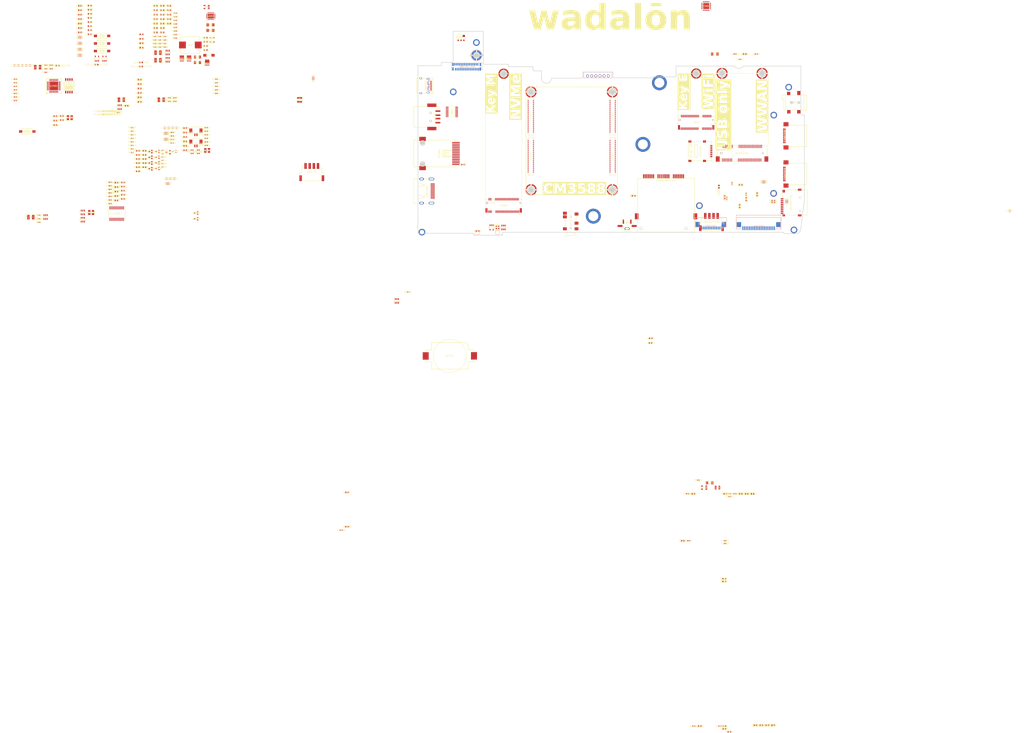
<source format=kicad_pcb>
(kicad_pcb
	(version 20241229)
	(generator "pcbnew")
	(generator_version "9.0")
	(general
		(thickness 1.6)
		(legacy_teardrops no)
	)
	(paper "A4")
	(layers
		(0 "F.Cu" signal "Top Layer")
		(4 "In1.Cu" signal)
		(6 "In2.Cu" signal)
		(8 "In3.Cu" signal)
		(10 "In4.Cu" signal)
		(2 "B.Cu" signal "Bottom Layer")
		(9 "F.Adhes" user "F.Adhesive")
		(11 "B.Adhes" user "B.Adhesive")
		(13 "F.Paste" user "Top Paste Mask Layer")
		(15 "B.Paste" user "Bottom Paste Mask Layer")
		(5 "F.SilkS" user "Top Silkscreen Layer")
		(7 "B.SilkS" user "Bottom Silkscreen Layer")
		(1 "F.Mask" user "Top Solder Mask Layer")
		(3 "B.Mask" user "Bottom Solder Mask Layer")
		(17 "Dwgs.User" user "Document Layer")
		(19 "Cmts.User" user "User.Comments")
		(21 "Eco1.User" user "User.Eco1")
		(23 "Eco2.User" user "Mechanical Layer")
		(25 "Edge.Cuts" user "Edge Cuts")
		(27 "Margin" user)
		(31 "F.CrtYd" user "F.Courtyard")
		(29 "B.CrtYd" user "B.Courtyard")
		(35 "F.Fab" user "Top Assembly Layer")
		(33 "B.Fab" user "Bottom Assembly Layer")
		(39 "User.1" user "Ratline Layer")
		(41 "User.2" user "Component Shape Layer")
		(43 "User.3" user "Component Marking Layer")
		(45 "User.4" user "3D Shell Outline Layer")
		(47 "User.5" user "3D Shell Top Layer")
		(49 "User.6" user "3D Shell Bottom Layer")
		(51 "User.7" user "Drill Drawing Layer")
	)
	(setup
		(stackup
			(layer "F.SilkS"
				(type "Top Silk Screen")
			)
			(layer "F.Paste"
				(type "Top Solder Paste")
			)
			(layer "F.Mask"
				(type "Top Solder Mask")
				(thickness 0.01)
			)
			(layer "F.Cu"
				(type "copper")
				(thickness 0.035)
			)
			(layer "dielectric 1"
				(type "prepreg")
				(thickness 0.1)
				(material "FR4")
				(epsilon_r 4.5)
				(loss_tangent 0.02)
			)
			(layer "In1.Cu"
				(type "copper")
				(thickness 0.035)
			)
			(layer "dielectric 2"
				(type "core")
				(thickness 0.535)
				(material "FR4")
				(epsilon_r 4.5)
				(loss_tangent 0.02)
			)
			(layer "In2.Cu"
				(type "copper")
				(thickness 0.035)
			)
			(layer "dielectric 3"
				(type "prepreg")
				(thickness 0.1)
				(material "FR4")
				(epsilon_r 4.5)
				(loss_tangent 0.02)
			)
			(layer "In3.Cu"
				(type "copper")
				(thickness 0.035)
			)
			(layer "dielectric 4"
				(type "core")
				(thickness 0.535)
				(material "FR4")
				(epsilon_r 4.5)
				(loss_tangent 0.02)
			)
			(layer "In4.Cu"
				(type "copper")
				(thickness 0.035)
			)
			(layer "dielectric 5"
				(type "prepreg")
				(thickness 0.1)
				(material "FR4")
				(epsilon_r 4.5)
				(loss_tangent 0.02)
			)
			(layer "B.Cu"
				(type "copper")
				(thickness 0.035)
			)
			(layer "B.Mask"
				(type "Bottom Solder Mask")
				(thickness 0.01)
			)
			(layer "B.Paste"
				(type "Bottom Solder Paste")
			)
			(layer "B.SilkS"
				(type "Bottom Silk Screen")
			)
			(copper_finish "None")
			(dielectric_constraints no)
		)
		(pad_to_mask_clearance 0)
		(allow_soldermask_bridges_in_footprints no)
		(tenting front back)
		(aux_axis_origin 20 60)
		(pcbplotparams
			(layerselection 0x00000000_00000000_55555555_5755f5ff)
			(plot_on_all_layers_selection 0x00000000_00000000_00000000_00000000)
			(disableapertmacros no)
			(usegerberextensions no)
			(usegerberattributes yes)
			(usegerberadvancedattributes yes)
			(creategerberjobfile yes)
			(dashed_line_dash_ratio 12.000000)
			(dashed_line_gap_ratio 3.000000)
			(svgprecision 4)
			(plotframeref no)
			(mode 1)
			(useauxorigin no)
			(hpglpennumber 1)
			(hpglpenspeed 20)
			(hpglpendiameter 15.000000)
			(pdf_front_fp_property_popups yes)
			(pdf_back_fp_property_popups yes)
			(pdf_metadata yes)
			(pdf_single_document no)
			(dxfpolygonmode yes)
			(dxfimperialunits yes)
			(dxfusepcbnewfont yes)
			(psnegative no)
			(psa4output no)
			(plot_black_and_white yes)
			(plotinvisibletext no)
			(sketchpadsonfab no)
			(plotpadnumbers no)
			(hidednponfab no)
			(sketchdnponfab yes)
			(crossoutdnponfab yes)
			(subtractmaskfromsilk no)
			(outputformat 1)
			(mirror no)
			(drillshape 1)
			(scaleselection 1)
			(outputdirectory "")
		)
	)
	(net 0 "")
	(net 1 "GND")
	(net 2 "+3.3V")
	(net 3 "+5V_CURR2")
	(net 4 "I2C1_SCL")
	(net 5 "I2C1_SDA")
	(net 6 "PWR_BTN_H")
	(net 7 "+3.3V_KEY")
	(net 8 "GND_KEY")
	(net 9 "USB_KEYBOARD_DM")
	(net 10 "USB_KEYBOARD_DP")
	(net 11 "USB_LTE_DM")
	(net 12 "USB_LTE_DP")
	(net 13 "COL1")
	(net 14 "COL2")
	(net 15 "COL3")
	(net 16 "COL4")
	(net 17 "COL5")
	(net 18 "COL6")
	(net 19 "COL7")
	(net 20 "COL8")
	(net 21 "COL9")
	(net 22 "COL10")
	(net 23 "COL11")
	(net 24 "COL12")
	(net 25 "ROW8")
	(net 26 "ROW7")
	(net 27 "ROW6")
	(net 28 "ROW5")
	(net 29 "ROW4")
	(net 30 "ROW3")
	(net 31 "ROW2")
	(net 32 "ROW1")
	(net 33 "PWRON_L")
	(net 34 "+12V")
	(net 35 "UART2_RX_M0_DEBUG")
	(net 36 "LED3_25GLAN_25GLED")
	(net 37 "LED2_25GLAN_1GLED")
	(net 38 "P25G_MDI0_P")
	(net 39 "P25G_MDI0_N")
	(net 40 "P25G_MDI1_P")
	(net 41 "P25G_MDI1_N")
	(net 42 "P25G_MDI2_P")
	(net 43 "P25G_MDI2_N")
	(net 44 "P25G_MDI3_P")
	(net 45 "P25G_MDI3_N")
	(net 46 "MIPI_CSI1_RX_D0_N")
	(net 47 "MIPI_CSI1_RX_D0_P")
	(net 48 "MIPI_CSI1_RX_D1_N")
	(net 49 "MIPI_CSI1_RX_D1_P")
	(net 50 "MIPI_CSI1_RX_CLK0_N")
	(net 51 "MIPI_CSI1_RX_CLK0_P")
	(net 52 "MIPI_CSI1_RX_D2_N")
	(net 53 "MIPI_CSI1_RX_D2_P")
	(net 54 "MIPI_CSI1_RX_D3_N")
	(net 55 "MIPI_CSI1_RX_D3_P")
	(net 56 "PMIC_EXT_EN_OUT")
	(net 57 "BOOT_SARADAC_IN0")
	(net 58 "UART2_TX_M0_DEBUG")
	(net 59 "VDC_MODE")
	(net 60 "RESET_L")
	(net 61 "TYPEC1_SSRX1_N")
	(net 62 "TYPEC1_SSRX1_P")
	(net 63 "TYPEC1_SSTX1_N")
	(net 64 "TYPEC1_SSTX1_P")
	(net 65 "TYPEC0_SSRX1_N")
	(net 66 "TYPEC0_SSRX1_P")
	(net 67 "TYPEC0_SSTX1_N")
	(net 68 "TYPEC0_SSTX1_P")
	(net 69 "TYPEC0_SSRX2_N")
	(net 70 "TYPEC0_SSRX2_P")
	(net 71 "TYPEC0_SSTX2_N")
	(net 72 "TYPEC0_SSTX2_P")
	(net 73 "MIPI_DPHY0_TX_D0_N")
	(net 74 "MIPI_DPHY0_TX_D0_P")
	(net 75 "MIPI_DPHY0_TX_D1_N")
	(net 76 "MIPI_DPHY0_TX_D1_P")
	(net 77 "MIPI_DPHY0_TX_CLK_N")
	(net 78 "MIPI_DPHY0_TX_CLK_P")
	(net 79 "MIPI_DPHY0_TX_D2_N")
	(net 80 "MIPI_DPHY0_TX_D2_P")
	(net 81 "MIPI_DPHY0_TX_D3_N")
	(net 82 "MIPI_DPHY0_TX_D3_P")
	(net 83 "I2C7_SCL_M0")
	(net 84 "I2C7_SDA_M0")
	(net 85 "HPR")
	(net 86 "RECOVERY")
	(net 87 "MIC_IN")
	(net 88 "HPL")
	(net 89 "GND_AUDIO")
	(net 90 "PWR_BTN_L")
	(net 91 "PCIE30_PORT0_TX0_P")
	(net 92 "PCIE30_PORT0_TX0_N")
	(net 93 "PCIE30_PORT0_TX1_P")
	(net 94 "PCIE30_PORT0_TX1_N")
	(net 95 "PCIE30_PORT1_RX2_P")
	(net 96 "PCIE30_PORT1_RX2_N")
	(net 97 "PCIE30_PORT1_RX3_P")
	(net 98 "PCIE30_PORT1_RX3_N")
	(net 99 "PCIE30_PORT1_TX2_P")
	(net 100 "PCIE30_PORT1_TX2_N")
	(net 101 "PCIE30_PORT1_TX3_P")
	(net 102 "PCIE30_PORT1_TX3_N")
	(net 103 "PCIE30_PORT1_REFCLK_IN_P")
	(net 104 "PCIE30_PORT1_REFCLK_IN_N")
	(net 105 "I2C6_SCL_M0")
	(net 106 "I2C6_SDA_M0")
	(net 107 "VBAT_RTC")
	(net 108 "HDMITX1_HPDIN_M0")
	(net 109 "HDMITX0_HPDIN_M0")
	(net 110 "USB30_2_SSTX_N")
	(net 111 "USB30_2_SSTX_P")
	(net 112 "USB30_2_SSRX_N")
	(net 113 "USB30_2_SSRX_P")
	(net 114 "PCIE30_PORT0_REFCLK_IN_N")
	(net 115 "PCIE30_PORT0_REFCLK_IN_P")
	(net 116 "PCIE30_PORT0_RX1_N")
	(net 117 "PCIE30_PORT0_RX1_P")
	(net 118 "PCIE30_PORT0_RX0_N")
	(net 119 "PCIE30_PORT0_RX0_P")
	(net 120 "HDMI_RX_D2_P")
	(net 121 "HDMI_RX_D2_N")
	(net 122 "HDMI_RX_D1_P")
	(net 123 "HDMI_RX_D1_N")
	(net 124 "HDMI_RX_D0_P")
	(net 125 "HDMI_RX_D0_N")
	(net 126 "HDMI_RX_CLK_P")
	(net 127 "HDMI_RX_CLK_N")
	(net 128 "SDMMC0_D2")
	(net 129 "SDMMC0_D3")
	(net 130 "SDMMC0_CMD")
	(net 131 "VCC3V3_SD_S0")
	(net 132 "SD_CLK")
	(net 133 "SDMMC0_D0")
	(net 134 "SDMMC0_D1")
	(net 135 "HDMI_RX_SCL_M1")
	(net 136 "HDMI_RX_SDA_M1")
	(net 137 "HDMI_RX_CEC")
	(net 138 "HDMIIRX_HPDOUT_H")
	(net 139 "GPIO3_B2")
	(net 140 "GPIO3_B3")
	(net 141 "HDMI1_ON_H")
	(net 142 "HDMI1_CEC_M2")
	(net 143 "HDMI1_SDA_M1")
	(net 144 "HDMI1_SCL_M1")
	(net 145 "HDMI0_ON_H")
	(net 146 "HDMI0_CEC_M0")
	(net 147 "HDMI0_SDA_M0")
	(net 148 "HDMI0_SCL_M0")
	(net 149 "HDMI0_TX_SBD_N")
	(net 150 "HDMI0_TX_SBD_P")
	(net 151 "HDMI0_TX3_N")
	(net 152 "HDMI0_TX3_P")
	(net 153 "HDMI0_TX0_N")
	(net 154 "HDMI0_TX0_P")
	(net 155 "HDMI0_TX1_N")
	(net 156 "HDMI0_TX1_P")
	(net 157 "HDMI0_TX2_N")
	(net 158 "HDMI0_TX2_P")
	(net 159 "HDMI1_TX_SBD_N")
	(net 160 "HDMI1_TX_SBD_P")
	(net 161 "HDMI1_TX3_N")
	(net 162 "HDMI1_TX3_P")
	(net 163 "HDMI1_TX0_N")
	(net 164 "HDMI1_TX0_P")
	(net 165 "HDMI1_TX1_N")
	(net 166 "HDMI1_TX1_P")
	(net 167 "HDMI1_TX2_N")
	(net 168 "HDMI1_TX2_P")
	(net 169 "TYPEC0_SBU2_OUT")
	(net 170 "TYPEC0_SBU1_OUT")
	(net 171 "TYPEC0_OTG_DP")
	(net 172 "TYPEC0_OTG_DM")
	(net 173 "TYPEC1_OTG_DP")
	(net 174 "TYPEC1_OTG_DM")
	(net 175 "USB20_HOST0_DP")
	(net 176 "USB20_HOST0_DM")
	(net 177 "USB20_HOST1_DM")
	(net 178 "USB20_HOST1_DP")
	(net 179 "+3.3V_CFEXPRESS")
	(net 180 "PCIE30_REFCLK_A_N")
	(net 181 "PCIE30_REFCLK_A_P")
	(net 182 "Net-(U901-SW)")
	(net 183 "Net-(U901-VBST)")
	(net 184 "+1.5V_WWAN")
	(net 185 "+3.3V_WWAN")
	(net 186 "+3.3V_WIFI")
	(net 187 "Net-(U901-VFB)")
	(net 188 "Net-(U1401-FB)")
	(net 189 "Net-(U1402-SW)")
	(net 190 "Net-(U1402-VBST)")
	(net 191 "+1.8V")
	(net 192 "PCIE20_1_REFCLKN")
	(net 193 "PCIE20_1_REFCLKP")
	(net 194 "+3.3V_NVME")
	(net 195 "Net-(U1402-VFB)")
	(net 196 "Net-(U1601-MICBIAS)")
	(net 197 "Net-(U1601-VMID)")
	(net 198 "Net-(U1601-RINPUT1)")
	(net 199 "Net-(C1605-Pad1)")
	(net 200 "Net-(MIC1601-OUT)")
	(net 201 "unconnected-(D2001-I{slash}O_3-Pad4)")
	(net 202 "unconnected-(D2001-GND-Pad8)")
	(net 203 "unconnected-(D2001-I{slash}O_4-Pad5)")
	(net 204 "Net-(C1301-Pad1)")
	(net 205 "Net-(U1401-LX)")
	(net 206 "Net-(C1610-Pad1)")
	(net 207 "Net-(MIC1602-OUT)")
	(net 208 "Net-(U901-EN)")
	(net 209 "Net-(U1001-EN)")
	(net 210 "GPIO1_B0{slash}CFEXPRESS_INSERT")
	(net 211 "GPIO4_B5{slash}M2_A_CLKREQ_L")
	(net 212 "Net-(SW1101-1)")
	(net 213 "GPIO0_D5{slash}CFEXPRESS_EJECT")
	(net 214 "Net-(LED_CFEXPRESS1101-K)")
	(net 215 "Net-(U1301-PGAND)")
	(net 216 "Net-(U1402-EN)")
	(net 217 "GPIO2_C3{slash}PCM_IN{slash}I2S_SD_IN")
	(net 218 "Net-(U1601-ADCDAT)")
	(net 219 "Net-(U1601-DACDAT)")
	(net 220 "GPIO4_C3{slash}PCM_OUT{slash}I2S_SD_OUT")
	(net 221 "Net-(U1601-BCLK)")
	(net 222 "/I2S Audiocodec WM8960/I2S_ADC")
	(net 223 "GPIO2_C0{slash}PCM_SYNC{slash}I2S_WS")
	(net 224 "Net-(U1601-ADCLRC)")
	(net 225 "Net-(X1601-OUTPUT)")
	(net 226 "Net-(U1601-MCLK)")
	(net 227 "Net-(D1701-I{slash}O_1)")
	(net 228 "Net-(D1701-I{slash}O_2)")
	(net 229 "GPIO3_D0{slash}I2C5_SDA_M0_TP")
	(net 230 "GPIO3_C7{slash}I2C5_SCL_M0_TP")
	(net 231 "Net-(RJ2001-LED2+{slash}LED2-)")
	(net 232 "Net-(R2001-Pad1)")
	(net 233 "Net-(RJ2001-LED1+)")
	(net 234 "unconnected-(U801-S1-Pad3)")
	(net 235 "unconnected-(U801-S2-Pad4)")
	(net 236 "unconnected-(U801-X2-Pad6)")
	(net 237 "unconnected-(U801-VDDXD-Pad1)")
	(net 238 "unconnected-(U801-X1-Pad5)")
	(net 239 "unconnected-(U801-S0-Pad2)")
	(net 240 "Net-(U1001-SW)")
	(net 241 "Net-(U1101-VFB)")
	(net 242 "Net-(U1101-SW)")
	(net 243 "Net-(U1101-EN)")
	(net 244 "GPIO3_B7{slash}CFEXPRESS_LED")
	(net 245 "Net-(LED_CFEXPRESS1101-A)")
	(net 246 "unconnected-(U1601-LINPUT3{slash}JD2-Pad2)")
	(net 247 "unconnected-(U1601-LINPUT2-Pad3)")
	(net 248 "Net-(U1601-LINPUT1)")
	(net 249 "unconnected-(AUDIO701-Pad5)")
	(net 250 "unconnected-(AUDIO701-Pad2)")
	(net 251 "unconnected-(AUDIO701-Pad6)")
	(net 252 "unconnected-(AUDIO701-Pad1)")
	(net 253 "unconnected-(AUDIO701-Pad3)")
	(net 254 "unconnected-(AUDIO701-Pad4)")
	(net 255 "Net-(U601-NTC)")
	(net 256 "Net-(U601-BATSENS+)")
	(net 257 "unconnected-(BT701-Pad2)")
	(net 258 "unconnected-(BT701-Pad3)")
	(net 259 "Net-(D601-C)")
	(net 260 "Net-(Q602-G)")
	(net 261 "Net-(Q602-D)")
	(net 262 "Net-(C607-Pad2)")
	(net 263 "Net-(U601-BOOST)")
	(net 264 "Net-(U601-CELLS1)")
	(net 265 "Net-(U601-CELLS0)")
	(net 266 "Net-(U602-SW)")
	(net 267 "Net-(U602-VBST)")
	(net 268 "Net-(U602-VFB)")
	(net 269 "Net-(U604-SW)")
	(net 270 "Net-(U604-VBST)")
	(net 271 "<NO NET>")
	(net 272 "Net-(U604-VFB)")
	(net 273 "Net-(U1001-VBST)")
	(net 274 "Net-(U1001-VFB)")
	(net 275 "Net-(U1101-VBST)")
	(net 276 "Net-(U1301-X2)")
	(net 277 "Net-(U1301-X1)")
	(net 278 "Net-(U1301-RESET#)")
	(net 279 "Net-(U1501-XTAL1)")
	(net 280 "Net-(U1501-UCap)")
	(net 281 "Net-(U1501-XTAL2)")
	(net 282 "/HDMI Connector/HDMI_5V")
	(net 283 "Net-(CFexpress1101-PETn0)")
	(net 284 "unconnected-(CFexpress1101-RESERVED-Pad8)")
	(net 285 "Net-(CFexpress1101-REFCLK+)")
	(net 286 "Net-(CFexpress1101-PERn0)")
	(net 287 "Net-(CFexpress1101-REFCLK-)")
	(net 288 "GPIO4_B6{slash}M2_A_PERST_L")
	(net 289 "Net-(CFexpress1101-PERp1)")
	(net 290 "Net-(CFexpress1101-PETp0)")
	(net 291 "Net-(CFexpress1101-PERn1)")
	(net 292 "Net-(CFexpress1101-PETp1)")
	(net 293 "Net-(CFexpress1101-PETn1)")
	(net 294 "Net-(CFexpress1101-PERp0)")
	(net 295 "unconnected-(CFexpress1101-RESERVED-Pad7)")
	(net 296 "GPIO2_B5{slash}FSPI_RESET")
	(net 297 "unconnected-(CN201-Pad99)")
	(net 298 "GPIO2_B3{slash}FSPI_CLK_M1")
	(net 299 "GPIO2_C1{slash}MIPI_CAM2_RESET_L")
	(net 300 "GPIO2_A7{slash}FSPI_D1_M1")
	(net 301 "MIPI_CSI1_RX_CLK1_N")
	(net 302 "unconnected-(CN201-Pad97)")
	(net 303 "unconnected-(CN201-Pad50)")
	(net 304 "GPIO1_B7{slash}MIPI_CAM2_CLKOUT")
	(net 305 "unconnected-(CN201-Pad42)")
	(net 306 "unconnected-(CN201-Pad62)")
	(net 307 "unconnected-(CN201-Pad66)")
	(net 308 "unconnected-(CN201-Pad71)")
	(net 309 "unconnected-(CN201-Pad31)")
	(net 310 "unconnected-(CN201-Pad36)")
	(net 311 "unconnected-(CN201-Pad44)")
	(net 312 "unconnected-(CN201-Pad68)")
	(net 313 "GPIO2_B4{slash}FSPI_WAKE")
	(net 314 "unconnected-(CN201-Pad48)")
	(net 315 "MIPI_CSI1_RX_CLK1_P")
	(net 316 "unconnected-(CN201-Pad60)")
	(net 317 "GPIO2_B0{slash}FSPI_D2_M1")
	(net 318 "GPIO4_C5{slash}MIPI_CAM1_PDN_L{slash}BT_WAKE_L")
	(net 319 "GPIO2_B2{slash}FSPI_CMD")
	(net 320 "GPIO2_B1{slash}FSPI_D3_M1")
	(net 321 "GPIO2_C2{slash}MIPI_CAM2_PDN_L")
	(net 322 "GPIO4_C4{slash}MIPI_CAM1_RESET_L{slash}WIFI_DISABLE")
	(net 323 "unconnected-(CN201-Pad14)")
	(net 324 "unconnected-(CN201-Pad54)")
	(net 325 "unconnected-(CN201-Pad26)")
	(net 326 "GPIO2_A6{slash}FSPI_D0_M1")
	(net 327 "unconnected-(CN201-Pad29)")
	(net 328 "unconnected-(CN201-Pad56)")
	(net 329 "unconnected-(CN201-Pad38)")
	(net 330 "unconnected-(CN301-Pad85)")
	(net 331 "unconnected-(CN301-Pad56)")
	(net 332 "unconnected-(CN301-Pad26)")
	(net 333 "unconnected-(CN301-Pad24)")
	(net 334 "unconnected-(CN301-Pad77)")
	(net 335 "unconnected-(CN301-Pad80)")
	(net 336 "unconnected-(CN301-Pad83)")
	(net 337 "unconnected-(CN301-Pad17)")
	(net 338 "unconnected-(CN301-Pad78)")
	(net 339 "unconnected-(CN301-Pad72)")
	(net 340 "unconnected-(CN301-Pad86)")
	(net 341 "unconnected-(CN301-Pad32)")
	(net 342 "unconnected-(CN301-Pad12)")
	(net 343 "unconnected-(CN301-Pad48)")
	(net 344 "GPIO1_C4{slash}HP_DET_L")
	(net 345 "unconnected-(CN301-Pad66)")
	(net 346 "unconnected-(CN301-Pad20)")
	(net 347 "unconnected-(CN301-Pad68)")
	(net 348 "unconnected-(CN301-Pad19)")
	(net 349 "unconnected-(CN301-Pad54)")
	(net 350 "unconnected-(CN301-Pad30)")
	(net 351 "unconnected-(CN301-Pad74)")
	(net 352 "unconnected-(CN301-Pad36)")
	(net 353 "unconnected-(CN301-Pad60)")
	(net 354 "unconnected-(CN301-Pad42)")
	(net 355 "unconnected-(CN301-Pad38)")
	(net 356 "unconnected-(CN301-Pad14)")
	(net 357 "unconnected-(CN301-Pad50)")
	(net 358 "unconnected-(CN301-Pad44)")
	(net 359 "unconnected-(CN301-Pad13)")
	(net 360 "unconnected-(CN301-Pad62)")
	(net 361 "unconnected-(CN301-Pad79)")
	(net 362 "unconnected-(CN301-Pad11)")
	(net 363 "unconnected-(CN301-Pad18)")
	(net 364 "unconnected-(CN301-Pad84)")
	(net 365 "unconnected-(CN401-Pad27)")
	(net 366 "GPIO0_C4{slash}UART0_RX_M0")
	(net 367 "GPIO1_A1{slash}UART6_TX_M1")
	(net 368 "unconnected-(CN401-Pad51)")
	(net 369 "GPIO1_B3{slash}SPI0_CLK_M2{slash}UART4_TX_M2")
	(net 370 "GPIO1_A7{slash}CFEXPRESS_PWREN")
	(net 371 "GPIO0_C6{slash}PWM5_M1")
	(net 372 "GPIO1_A4{slash}USB2_PWREN")
	(net 373 "unconnected-(CN401-Pad43)")
	(net 374 "PCIE20_1_TXN{slash}SATA30_1_TXN")
	(net 375 "GPIO4_A2{slash}M2_E_PERST_L")
	(net 376 "GPIO1_A3{slash}I2C4_SCL_M3_TP{slash}UART6_CTS")
	(net 377 "GPIO1_D7{slash}I2C8_SDA_M2")
	(net 378 "GPIO1_B1{slash}SPI0_MISO_M2")
	(net 379 "GPIO1_D3{slash}PWM1_M1")
	(net 380 "GPIO3_C3{slash}PWM15_IR_M0")
	(net 381 "GPIO4_B0{slash}USB3_TYPEC1_PWREN")
	(net 382 "GPIO0_C5{slash}UART0_TX_M0{slash}PWM4_M0{slash}UART6_WAKE#")
	(net 383 "unconnected-(CN401-Pad45)")
	(net 384 "PCIE20_1_TXP{slash}SATA30_1_TXP")
	(net 385 "GPIO1_B2{slash}SPI0_MOSI_M2{slash}UART4_RX_M2")
	(net 386 "GPIO3_C1{slash}TP_RST_L")
	(net 387 "GPIO1_D6{slash}I2C8_SCL_M2")
	(net 388 "GPIO1_A2{slash}I2C4_SDA_M3_TP{slash}UART6_RTS")
	(net 389 "GPIO1_B5{slash}SPI0_CS1_M0{slash}UART7_TX_M2")
	(net 390 "unconnected-(CN401-Pad53)")
	(net 391 "unconnected-(CN401-Pad29)")
	(net 392 "GPIO1_B4{slash}SPI0_CS0_M2{slash}UART7_RX_M2")
	(net 393 "GPIO1_D5{slash}HDMIIRX_DET_L")
	(net 394 "GPIO4_B3{slash}M2_C_PERST_L")
	(net 395 "unconnected-(CN401-Pad57)")
	(net 396 "GPIO0_D4{slash}PWM3_IR_M0")
	(net 397 "GPIO1_D2{slash}TYPEC5V_PWREN_H")
	(net 398 "PCIE20_1_RXP{slash}SATA30_1_RXP")
	(net 399 "GPIO3_C0{slash}TP_INT_L")
	(net 400 "GPIO1_A0{slash}UART6_RX_M1")
	(net 401 "unconnected-(CN401-Pad47)")
	(net 402 "GPIO3_C2{slash}PWM14_M0")
	(net 403 "PCIE20_1_RXN{slash}SATA30_1_RXN")
	(net 404 "GPIO4_B4{slash}M2_B_PERST_L")
	(net 405 "GPIO0_D3{slash}CC_INT_L")
	(net 406 "GPIO3_A5{slash}USB3_2_PWREN")
	(net 407 "unconnected-(CN501-Pad12)")
	(net 408 "GPIO3_A4{slash}SPI4_CS1_M1")
	(net 409 "GPIO0_A4{slash}SDMMC_DET_L")
	(net 410 "GPIO3_B0{slash}PWM9_M0")
	(net 411 "GPIO3_A0{slash}SPI4_MISO_M1{slash}PWM10_M0")
	(net 412 "GPIO3_B4{slash}BT_REG_ON")
	(net 413 "GPIO3_A6{slash}LCD_RST")
	(net 414 "GPIO3_A2{slash}SPI4_CLK_M1{slash}UART8_TX_M1")
	(net 415 "unconnected-(CN501-Pad10)")
	(net 416 "GPIO3_B5{slash}UART3_TX_M1{slash}PWM12_M0")
	(net 417 "unconnected-(CN501-Pad85)")
	(net 418 "GPIO3_A3{slash}SPI4_CS0_M1{slash}UART8_RX_M1")
	(net 419 "GPIO3_A7{slash}PWM8_M0")
	(net 420 "GPIO3_B6{slash}UART3_RX_M1{slash}PWM13_M0")
	(net 421 "GPIO3_B1{slash}PWM2_M1{slash}LCD_BL")
	(net 422 "GPIO3_A1{slash}SPI4_MOSI_M1")
	(net 423 "unconnected-(D601-A-Pad2)")
	(net 424 "Net-(D602-K)")
	(net 425 "Net-(D602-A)")
	(net 426 "Net-(D603-K)")
	(net 427 "Net-(D603-A)")
	(net 428 "unconnected-(D1103-NC-Pad9)")
	(net 429 "unconnected-(D1103-I{slash}O_1-Pad1)")
	(net 430 "unconnected-(D1103-I{slash}O_2-Pad2)")
	(net 431 "unconnected-(D1103-NC-Pad10)")
	(net 432 "Net-(D1701-I{slash}O_3)")
	(net 433 "Net-(D1702-I{slash}O_1)")
	(net 434 "Net-(D1702-I{slash}O_3)")
	(net 435 "Net-(D1702-I{slash}O_2)")
	(net 436 "Net-(D1702-I{slash}O_4)")
	(net 437 "Net-(D1901-K)")
	(net 438 "/HDMI Connector/HDMI_CEC")
	(net 439 "unconnected-(D1905-A-Pad1)")
	(net 440 "/HDMI Connector/HDMI_SCL")
	(net 441 "/HDMI Connector/HDMI_SDA")
	(net 442 "Net-(D1909-A)")
	(net 443 "Net-(D1910-K)")
	(net 444 "unconnected-(D2002-I{slash}O_4-Pad5)")
	(net 445 "unconnected-(D2002-I{slash}O_3-Pad4)")
	(net 446 "unconnected-(D2002-GND-Pad8)")
	(net 447 "Net-(DC601-Pad2)")
	(net 448 "unconnected-(FPC1501-Pad21)")
	(net 449 "unconnected-(FPC1501-Pad20)")
	(net 450 "unconnected-(FPC1501-Pad10)")
	(net 451 "unconnected-(FPC1501-Pad19)")
	(net 452 "unconnected-(FPC1501-Pad12)")
	(net 453 "unconnected-(FPC1501-Pad7)")
	(net 454 "unconnected-(FPC1501-Pad22)")
	(net 455 "unconnected-(FPC1501-Pad8)")
	(net 456 "unconnected-(FPC1502-Pad3)")
	(net 457 "unconnected-(FPC1502-Pad12)")
	(net 458 "unconnected-(FPC1502-Pad13)")
	(net 459 "unconnected-(FPC1502-Pad10)")
	(net 460 "unconnected-(FPC1502-Pad14)")
	(net 461 "/HDMI Connector/HDMI_TX2_N")
	(net 462 "/HDMI Connector/HDMI_CLK_N")
	(net 463 "/HDMI Connector/HDMI_CLK_P")
	(net 464 "/HDMI Connector/HDMI_TX1_N")
	(net 465 "/HDMI Connector/HDMI_TX2_P")
	(net 466 "/HDMI Connector/HDMI_TX1_P")
	(net 467 "/HDMI Connector/HDMI_TX0_P")
	(net 468 "/HDMI Connector/HDMI_TX0_N")
	(net 469 "/2.5GB Ethernet Connector/TD4_N")
	(net 470 "/2.5GB Ethernet Connector/TD4_P")
	(net 471 "/2.5GB Ethernet Connector/TD3_N")
	(net 472 "/2.5GB Ethernet Connector/TD3_P")
	(net 473 "/2.5GB Ethernet Connector/TD2_P")
	(net 474 "/2.5GB Ethernet Connector/TD2_N")
	(net 475 "/2.5GB Ethernet Connector/TD1_P")
	(net 476 "/2.5GB Ethernet Connector/TD1_N")
	(net 477 "Net-(LED_ACT701-K)")
	(net 478 "Net-(LED_CHRG_ACT701-A)")
	(net 479 "Net-(LED_CHRG_ACT701-K)")
	(net 480 "Net-(LED_CHRG_FIN701-K)")
	(net 481 "Net-(LED_CHRG_FIN701-A)")
	(net 482 "unconnected-(MIPI_DSI1801-Pad13)")
	(net 483 "unconnected-(MOUNT201-Pad1)")
	(net 484 "unconnected-(MOUNT202-Pad1)")
	(net 485 "unconnected-(MOUNT203-Pad1)")
	(net 486 "unconnected-(MOUNT204-Pad1)")
	(net 487 "unconnected-(MOUNT901-Pad1)")
	(net 488 "unconnected-(MOUNT1001-Pad1)")
	(net 489 "Net-(Q601-G)")
	(net 490 "Net-(Q603-G)")
	(net 491 "Net-(Q1902-G)")
	(net 492 "Net-(Q1903-D)")
	(net 493 "Net-(Q1904-D)")
	(net 494 "Net-(Q1905-D)")
	(net 495 "Net-(Q1906-G)")
	(net 496 "Net-(Q1907-G)")
	(net 497 "Net-(Q1908-D)")
	(net 498 "Net-(R605-Pad1)")
	(net 499 "Net-(U601-NTCBIAS)")
	(net 500 "Net-(U601-RT)")
	(net 501 "Net-(U602-EN)")
	(net 502 "Net-(U603-EN)")
	(net 503 "Net-(U604-EN)")
	(net 504 "unconnected-(R703-Pad2)")
	(net 505 "Net-(R706-Pad2)")
	(net 506 "Net-(R707-Pad2)")
	(net 507 "Net-(R708-Pad2)")
	(net 508 "unconnected-(R904-Pad1)")
	(net 509 "Net-(U1301-PSELF)")
	(net 510 "Net-(U1301-RREF)")
	(net 511 "Net-(U1302-ILIM)")
	(net 512 "/USB 2 Hub & Connectors/FAULT2#")
	(net 513 "Net-(U1501-PE2(HWB#))")
	(net 514 "Net-(U1501-RESET#)")
	(net 515 "unconnected-(RJ2001-VCC-PadR1)")
	(net 516 "unconnected-(SDCARD1701-EP-Pad11)")
	(net 517 "unconnected-(SDCARD1701-EP-Pad10)")
	(net 518 "unconnected-(SDCARD1701-EP-Pad12)")
	(net 519 "unconnected-(SDCARD1701-EP-Pad13)")
	(net 520 "unconnected-(SDCARD1701-CD-Pad9)")
	(net 521 "unconnected-(SDCARD1701-DAT0-Pad7)")
	(net 522 "unconnected-(SDCARD1701-DAT1-Pad8)")
	(net 523 "Net-(SIM1401-VCC)")
	(net 524 "Net-(SIM1401-CLK)")
	(net 525 "Net-(SIM1401-Vpp)")
	(net 526 "Net-(SIM1401-I{slash}O)")
	(net 527 "Net-(SIM1401-RST)")
	(net 528 "Net-(U1601-SPK_LP)")
	(net 529 "Net-(U1601-SPK_LN)")
	(net 530 "Net-(U1601-SPK_RP)")
	(net 531 "Net-(U1601-SPK_RN)")
	(net 532 "/Keyboard/USB_KEYBOARD_INT_DP")
	(net 533 "/Keyboard/USB_KEYBOARD_INT_DM")
	(net 534 "unconnected-(U601-SMBALERT#-Pad12)")
	(net 535 "unconnected-(U601-SYNC-Pad16)")
	(net 536 "unconnected-(U603-BP-Pad4)")
	(net 537 "unconnected-(U701-A-Pad2)")
	(net 538 "unconnected-(U702-A-Pad2)")
	(net 539 "unconnected-(U703-GND-Pad3)")
	(net 540 "unconnected-(U703-EH-Pad4)")
	(net 541 "unconnected-(U703-OUT-Pad1)")
	(net 542 "unconnected-(U703-VCC-Pad2)")
	(net 543 "unconnected-(U801-CLK0-Pad20)")
	(net 544 "unconnected-(U801-CLK2-Pad14)")
	(net 545 "unconnected-(U801-OE-Pad8)")
	(net 546 "unconnected-(U801-#CLK1-Pad17)")
	(net 547 "unconnected-(U801-CLK3-Pad12)")
	(net 548 "unconnected-(U801-#CLK0-Pad19)")
	(net 549 "unconnected-(U801-GNDODA-Pad16)")
	(net 550 "unconnected-(U801-IREF-Pad10)")
	(net 551 "unconnected-(U801-#CLK2-Pad13)")
	(net 552 "unconnected-(U801-#CLK3-Pad11)")
	(net 553 "unconnected-(U801-CLK1-Pad18)")
	(net 554 "unconnected-(U801-#PD-Pad7)")
	(net 555 "unconnected-(U801-GNDXD-Pad9)")
	(net 556 "unconnected-(U801-VDDODA-Pad15)")
	(net 557 "unconnected-(U1301-PWREN1#-Pad22)")
	(net 558 "unconnected-(U1301-OVCUR1#-Pad21)")
	(net 559 "Net-(U1301-DP3)")
	(net 560 "unconnected-(U1301-DP4-Pad12)")
	(net 561 "Net-(U1301-DM3)")
	(net 562 "unconnected-(U1301-DM4-Pad11)")
	(net 563 "unconnected-(U1301-PWREN2#-Pad20)")
	(net 564 "unconnected-(U1303-IO4-Pad6)")
	(net 565 "unconnected-(U1303-IO1-Pad1)")
	(net 566 "unconnected-(U1501-PB4(PCINT4{slash}ADC11)-Pad28)")
	(net 567 "unconnected-(U1501-PF1(ADC1)-Pad40)")
	(net 568 "unconnected-(U1501-PE6(INT.6{slash}AIN0)-Pad1)")
	(net 569 "unconnected-(U1501-PD7(T0{slash}OC4D{slash}ADC10)-Pad27)")
	(net 570 "unconnected-(U1501-PF0(ADC0)-Pad41)")
	(net 571 "unconnected-(U1601-HP_R-Pad29)")
	(net 572 "unconnected-(U1601-RINPUT2-Pad6)")
	(net 573 "unconnected-(U1601-RINPUT3{slash}JD3-Pad7)")
	(net 574 "unconnected-(U1601-HP_L-Pad31)")
	(net 575 "unconnected-(U1601-OUT3-Pad30)")
	(net 576 "unconnected-(UART701-Pad2)")
	(net 577 "unconnected-(UART701-Pad3)")
	(net 578 "unconnected-(UART701-Pad1)")
	(net 579 "unconnected-(UART701-Pad5)")
	(net 580 "unconnected-(UART701-Pad6)")
	(net 581 "unconnected-(UART701-Pad4)")
	(net 582 "unconnected-(USB1201-VBUS-PadA9)")
	(net 583 "unconnected-(USB1201-SSTXP1-PadA2)")
	(net 584 "unconnected-(USB1201-DP2-PadB6)")
	(net 585 "unconnected-(USB1201-SBU1-PadA8)")
	(net 586 "unconnected-(USB1201-EP-Pad4)")
	(net 587 "unconnected-(USB1201-EP-Pad3)")
	(net 588 "unconnected-(USB1201-EP-Pad1)")
	(net 589 "unconnected-(USB1201-GND-PadB1)")
	(net 590 "unconnected-(USB1201-DN2-PadB7)")
	(net 591 "unconnected-(USB1201-GND-PadA1)")
	(net 592 "unconnected-(USB1201-DN1-PadA7)")
	(net 593 "unconnected-(USB1201-DP1-PadA6)")
	(net 594 "unconnected-(USB1201-VBUS-PadB4)")
	(net 595 "unconnected-(USB1201-CC1-PadA5)")
	(net 596 "unconnected-(USB1201-SSTXp2-PadB2)")
	(net 597 "unconnected-(USB1201-SSRXn2-PadA10)")
	(net 598 "unconnected-(USB1201-CC2-PadB5)")
	(net 599 "unconnected-(USB1201-SSRXp1-PadB11)")
	(net 600 "unconnected-(USB1201-SSTXn1-PadA3)")
	(net 601 "unconnected-(USB1201-VBUS-PadB9)")
	(net 602 "unconnected-(USB1201-EP-Pad2)")
	(net 603 "unconnected-(USB1201-GND-PadA12)")
	(net 604 "unconnected-(USB1201-SSRXp2-PadA11)")
	(net 605 "unconnected-(USB1201-SSRXn1-PadB10)")
	(net 606 "unconnected-(USB1201-SBU2-PadB8)")
	(net 607 "unconnected-(USB1201-VBUS-PadA4)")
	(net 608 "unconnected-(USB1201-GND-PadB12)")
	(net 609 "unconnected-(USB1201-SSTXn2-PadB3)")
	(net 610 "unconnected-(USB1202-GND-Pad4)")
	(net 611 "unconnected-(USB1202-D+-Pad3)")
	(net 612 "unconnected-(USB1202-VBUS-Pad1)")
	(net 613 "unconnected-(USB1202-GND_DRAIN-Pad7)")
	(net 614 "unconnected-(USB1202-GND-Pad11)")
	(net 615 "unconnected-(USB1202-STDA_SSRX+-Pad6)")
	(net 616 "unconnected-(USB1202-GND-Pad10)")
	(net 617 "unconnected-(USB1202-STDA_SSRX--Pad5)")
	(net 618 "unconnected-(USB1202-STDA_SSTX--Pad8)")
	(net 619 "unconnected-(USB1202-D--Pad2)")
	(net 620 "unconnected-(USB1202-STDA_SSTX+-Pad9)")
	(net 621 "unconnected-(USB1203-VBUS-Pad1)")
	(net 622 "unconnected-(USB1203-GND-Pad11)")
	(net 623 "unconnected-(USB1203-GND-Pad10)")
	(net 624 "unconnected-(USB1203-GND_DRAIN-Pad7)")
	(net 625 "unconnected-(USB1203-GND-Pad4)")
	(net 626 "unconnected-(USB1203-STDA_SSTX+-Pad9)")
	(net 627 "unconnected-(USB1203-STDA_SSRX--Pad5)")
	(net 628 "unconnected-(USB1203-STDA_SSTX--Pad8)")
	(net 629 "unconnected-(USB1203-D--Pad2)")
	(net 630 "unconnected-(USB1203-D+-Pad3)")
	(net 631 "unconnected-(USB1203-STDA_SSRX+-Pad6)")
	(net 632 "unconnected-(USB_KEY1501-Pad5)")
	(net 633 "unconnected-(USB_KEY1501-Pad6)")
	(net 634 "unconnected-(WWAN1401-COEX2-Pad5)")
	(net 635 "unconnected-(WWAN1401-GND-Pad35)")
	(net 636 "unconnected-(WWAN1401-REFCLK--Pad11)")
	(net 637 "unconnected-(WWAN1401-RSVRD49-Pad49)")
	(net 638 "unconnected-(WWAN1401-GND-Pad43)")
	(net 639 "unconnected-(WWAN1401-REFCLK+-Pad13)")
	(net 640 "unconnected-(WWAN1401-WAKE-Pad1)")
	(net 641 "unconnected-(WWAN1401-GND-Pad9)")
	(net 642 "unconnected-(WWAN1401-GND-Pad27)")
	(net 643 "unconnected-(WWAN1401-LED_WPAN-Pad46)")
	(net 644 "unconnected-(WWAN1401-GND-Pad50)")
	(net 645 "unconnected-(WWAN1401-SMB_CLK-Pad30)")
	(net 646 "unconnected-(WWAN1401-PETP0-Pad33)")
	(net 647 "unconnected-(WWAN1401-RSVRD51-Pad51)")
	(net 648 "unconnected-(WWAN1401-+3V3AUX-Pad39)")
	(net 649 "unconnected-(WWAN1401-+1V5-Pad48)")
	(net 650 "unconnected-(WWAN1401-UIM_C8-Pad17)")
	(net 651 "unconnected-(WWAN1401-RSVRD47-Pad47)")
	(net 652 "unconnected-(WWAN1401-PERST-Pad22)")
	(net 653 "unconnected-(WWAN1401-GND-Pad37)")
	(net 654 "unconnected-(WWAN1401-RSVRD45-Pad45)")
	(net 655 "unconnected-(WWAN1401-CLKREQ-Pad7)")
	(net 656 "unconnected-(WWAN1401-+3V3AUX-Pad41)")
	(net 657 "unconnected-(WWAN1401-SMB_DATA-Pad32)")
	(net 658 "unconnected-(WWAN1401-LED_WLAN-Pad44)")
	(net 659 "unconnected-(WWAN1401-W_DISABLE-Pad20)")
	(net 660 "unconnected-(WWAN1401-PETN0-Pad31)")
	(net 661 "unconnected-(WWAN1401-PERN0-Pad23)")
	(net 662 "unconnected-(WWAN1401-+3V3-Pad52)")
	(net 663 "unconnected-(WWAN1401-GND-Pad29)")
	(net 664 "unconnected-(WWAN1401-GND-Pad15)")
	(net 665 "unconnected-(WWAN1401-UIM_C4-Pad19)")
	(net 666 "unconnected-(WWAN1401-COEX1-Pad3)")
	(net 667 "unconnected-(WWAN1401-PERP0-Pad25)")
	(net 668 "unconnected-(WWAN1401-LED_WWAN-Pad42)")
	(net 669 "unconnected-(X901-SUSCLK-Pad50)")
	(net 670 "unconnected-(X901-RESERVED-Pad64)")
	(net 671 "unconnected-(X901-I2C_SCL-Pad60)")
	(net 672 "unconnected-(X901-SDIO_CLK-Pad9)")
	(net 673 "unconnected-(X901-PETp1-Pad59)")
	(net 674 "unconnected-(X901-SDIO_RST#-Pad23)")
	(net 675 "unconnected-(X901-VENDOR_DEFINED-Pad40)")
	(net 676 "GPIO4_A1{slash}TP_2_RST_L{slash}PCIE20_PEWAKE")
	(net 677 "unconnected-(X901-PERp1-Pad65)")
	(net 678 "unconnected-(X901-SDIO_D2-Pad17)")
	(net 679 "unconnected-(X901-3.3V-Pad74)")
	(net 680 "unconnected-(X901-PETp0-Pad35)")
	(net 681 "unconnected-(X901-PETn1-Pad61)")
	(net 682 "unconnected-(X901-GND-Pad75)")
	(net 683 "unconnected-(X901-SDIO_CMD-Pad11)")
	(net 684 "unconnected-(X901-LED1#-Pad6)")
	(net 685 "unconnected-(X901-COEX_TXD-Pad48)")
	(net 686 "unconnected-(X901-SDIO_D1-Pad15)")
	(net 687 "unconnected-(X901-I2C_SDA-Pad58)")
	(net 688 "unconnected-(X901-PCM_OUT{slash}I2S_SD_OUT-Pad14)")
	(net 689 "unconnected-(X901-UIM_SWP{slash}PERST1#-Pad66)")
	(net 690 "unconnected-(X901-PCM_CLK{slash}I2S_SCK-Pad8)")
	(net 691 "unconnected-(X901-COEX3-Pad44)")
	(net 692 "unconnected-(X901-GND-Pad33)")
	(net 693 "unconnected-(X901-3.3V-Pad2)")
	(net 694 "unconnected-(X901-VENDOR_DEFINED-Pad38)")
	(net 695 "unconnected-(X901-GND-Pad39)")
	(net 696 "unconnected-(X901-REFCLKn1-Pad73)")
	(net 697 "unconnected-(X901-COEX_RXD-Pad46)")
	(net 698 "GPIO4_A0{slash}TP_2_INT_L{slash}PCIE20_CLKREQ")
	(net 699 "unconnected-(X901-PCM_SYNC{slash}I2S_WS-Pad10)")
	(net 700 "unconnected-(X901-ALERT#-Pad62)")
	(net 701 "unconnected-(X901-SDIO_D3-Pad19)")
	(net 702 "unconnected-(X901-PERn1-Pad67)")
	(net 703 "unconnected-(X901-PERSTO#-Pad52)")
	(net 704 "unconnected-(X901-3.3V-Pad4)")
	(net 705 "unconnected-(X901-Pad76)")
	(net 706 "unconnected-(X901-SDIO_WAKE#-Pad21)")
	(net 707 "unconnected-(X901-LED2#-Pad16)")
	(net 708 "unconnected-(X901-PETn0-Pad37)")
	(net 709 "unconnected-(X901-UIM_PWR_SNK{slash}CLKREQ1#-Pad68)")
	(net 710 "unconnected-(X901-VENDOR_DEFINED-Pad42)")
	(net 711 "unconnected-(X901-UIM_PWR_SRC{slash}PEWAKE1#-Pad70)")
	(net 712 "unconnected-(X901-REFCLKp1-Pad71)")
	(net 713 "unconnected-(X901-3.3V-Pad72)")
	(net 714 "unconnected-(X901-W_DISABLE2#-Pad54)")
	(net 715 "unconnected-(X901-GND-Pad7)")
	(net 716 "unconnected-(X901-SDIO_D0-Pad13)")
	(net 717 "unconnected-(X901-PCM_IN{slash}I2S_SD_IN-Pad12)")
	(net 718 "unconnected-(X1001-3.3V-Pad72)")
	(net 719 "unconnected-(X1001-3.3V-Pad12)")
	(net 720 "unconnected-(X1001-N{slash}C-Pad26)")
	(net 721 "unconnected-(X1001-N{slash}C-Pad58)")
	(net 722 "unconnected-(X1001-PETp2-Pad25)")
	(net 723 "unconnected-(X1001-REFCLKp-Pad55)")
	(net 724 "unconnected-(X1001-PERn1-Pad29)")
	(net 725 "unconnected-(X1001-PETp1-Pad37)")
	(net 726 "unconnected-(X1001-PERp2-Pad19)")
	(net 727 "unconnected-(X1001-N{slash}C-Pad30)")
	(net 728 "unconnected-(X1001-N{slash}C-Pad34)")
	(net 729 "unconnected-(X1001-MOUNT-Pad77)")
	(net 730 "unconnected-(X1001-N{slash}C-Pad46)")
	(net 731 "unconnected-(X1001-3.3V-Pad4)")
	(net 732 "unconnected-(X1001-GND-Pad57)")
	(net 733 "unconnected-(X1001-CLKREQ#-Pad52)")
	(net 734 "unconnected-(X1001-PERp0-Pad43)")
	(net 735 "unconnected-(X1001-DAS{slash}DSS#{slash}LED#-Pad10)")
	(net 736 "unconnected-(X1001-PETn1-Pad35)")
	(net 737 "unconnected-(X1001-N{slash}C-Pad20)")
	(net 738 "unconnected-(X1001-PETp3-Pad13)")
	(net 739 "unconnected-(X1001-PEWAKE#-Pad54)")
	(net 740 "unconnected-(X1001-DEVSLP-Pad38)")
	(net 741 "unconnected-(X1001-N{slash}C-Pad67)")
	(net 742 "unconnected-(X1001-N{slash}C-Pad32)")
	(net 743 "unconnected-(X1001-N{slash}C-Pad24)")
	(net 744 "unconnected-(X1001-N{slash}C-Pad6)")
	(net 745 "unconnected-(X1001-PERn3-Pad5)")
	(net 746 "unconnected-(X1001-N{slash}C-Pad22)")
	(net 747 "unconnected-(X1001-PETn3-Pad11)")
	(net 748 "unconnected-(X1001-N{slash}C-Pad36)")
	(net 749 "unconnected-(X1001-3.3V-Pad70)")
	(net 750 "unconnected-(X1001-N{slash}C-Pad48)")
	(net 751 "unconnected-(X1001-ALERT#-Pad44)")
	(net 752 "unconnected-(X1001-PETn2-Pad23)")
	(net 753 "unconnected-(X1001-GND-Pad27)")
	(net 754 "unconnected-(X1001-N{slash}C-Pad8)")
	(net 755 "unconnected-(X1001-PERp1-Pad31)")
	(net 756 "unconnected-(X1001-PETn0-Pad47)")
	(net 757 "unconnected-(X1001-GND-Pad45)")
	(net 758 "unconnected-(X1001-SUSCLK-Pad68)")
	(net 759 "unconnected-(X1001-3.3V-Pad74)")
	(net 760 "unconnected-(X1001-PERp3-Pad7)")
	(net 761 "unconnected-(X1001-MOUNT-Pad76)")
	(net 762 "unconnected-(X1001-PEDET-Pad69)")
	(net 763 "unconnected-(X1001-N{slash}C-Pad56)")
	(net 764 "unconnected-(X1001-PETp0-Pad49)")
	(net 765 "unconnected-(X1001-SMB_DATA-Pad42)")
	(net 766 "unconnected-(X1001-3.3V-Pad2)")
	(net 767 "unconnected-(X1001-N{slash}C-Pad28)")
	(net 768 "unconnected-(X1001-PERST#-Pad50)")
	(net 769 "unconnected-(X1001-PERn0-Pad41)")
	(net 770 "unconnected-(X1001-GND-Pad33)")
	(net 771 "unconnected-(X1001-REFCLKn-Pad53)")
	(net 772 "unconnected-(X1001-PERn2-Pad17)")
	(net 773 "unconnected-(X1001-SMB_CLK-Pad40)")
	(net 774 "unconnected-(X1501-GND-Pad4)")
	(net 775 "unconnected-(X1501-GND-Pad2)")
	(net 776 "unconnected-(Y1301-GND-Pad2)")
	(net 777 "unconnected-(Y1301-GND-Pad4)")
	(net 778 "+5V")
	(net 779 "/I2S Audiocodec WM8960/I2S_DAC")
	(net 780 "/I2S Audiocodec WM8960/I2S_SCK")
	(net 781 "/I2S Audiocodec WM8960/I2S_LRCLK")
	(net 782 "/I2S Audiocodec WM8960/I2C_SCL")
	(net 783 "/I2S Audiocodec WM8960/I2C_SDA")
	(footprint "mainboard:SOT-23-6_L2.9-W1.6-P0.95-LS2.8-BL" (layer "F.Cu") (at -152.431 84.748))
	(footprint "mainboard:C0402" (layer "F.Cu") (at 193.33 457.8825))
	(footprint "mainboard:C0603" (layer "F.Cu") (at -140.5075 81.553))
	(footprint "mainboard:C0603" (layer "F.Cu") (at -126.768 31.684))
	(footprint "mainboard:C0603" (layer "F.Cu") (at 208.5 132.7 90))
	(footprint "mainboard:AUDIO-SMD_PJ-3420-A-SMT_C319102" (layer "F.Cu") (at 119.2 153.3865 90))
	(footprint "mainboard:C0603" (layer "F.Cu") (at -140.5075 70.835))
	(footprint "mainboard:SW-SMD_L6.0-W3.3-LS8.0" (layer "F.Cu") (at -163.1 50.92))
	(footprint "mainboard:SOT-323-3_L2.1-W1.3-P1.30-LS2.3-BR" (layer "F.Cu") (at -106.4205 148.579))
	(footprint "mainboard:SOT-323-3_L2.0-W1.3-P1.30-LS2.1-BR" (layer "F.Cu") (at -129.684 111.52525))
	(footprint "mainboard:R0402" (layer "F.Cu") (at -196.95975 61.59725))
	(footprint "mainboard:DFN-10_L2.5-W1.0-P0.50-BL-2" (layer "F.Cu") (at -176.513 46.285))
	(footprint "mainboard:DFN2510-10_L2.5-W1.0-P0.50-BL" (layer "F.Cu") (at -123.52775 130.8185))
	(footprint "mainboard:R0402" (layer "F.Cu") (at -145.00975 99.25725))
	(footprint "mainboard:FILTER-SMD_4P-L1.3-W1.0-P0.55-BL" (layer "F.Cu") (at -122.965 97.258))
	(footprint "mainboard:C0603" (layer "F.Cu") (at -130.8175 39.7225))
	(footprint "mainboard:R0402" (layer "F.Cu") (at -94.18975 67.88775))
	(footprint "mainboard:CRYSTAL-SMD_4P-L3.2-W2.5-BL" (layer "F.Cu") (at -182.54675 91.09775))
	(footprint "mainboard:R0603" (layer "F.Cu") (at -187.33875 92.55325))
	(footprint "mainboard:SOT-323-3_L2.1-W1.3-P1.30-LS2.3-BR" (layer "F.Cu") (at -106.4205 152.065))
	(footprint "mainboard:C0603"
		(layer "F.Cu")
		(uuid "14b5d04c-0158-40d9-8366-8d6203051f9a")
		(at -154.4875 138.314)
		(property "Reference" "C1309"
			(at 0 0 0)
			(layer "F.SilkS")
			(uuid "07f8ce41-a84e-447a-98dd-574ff3e9f07f")
			(effects
				(font
					(size 1 1)
					(thickness 0.15)
				)
			)
		)
		(property "Value" "10uF"
			(at 0 0 0)
			(layer "F.Fab")
			(uuid "b0cff661-4ecc-4600-93eb-4ff3119f6cae")
			(effects
				(font
					(size 1 1)
					(thickness 0.15)
				)
			)
		)
		(property "Datasheet" "https://atta.szlcsc.com/upload/public/pdf/source/20160218/1457707763339.pdf"
			(at 0 0 0)
			(layer "F.Fab")
			(hide yes)
			(uuid "5c82e847-2715-48b2-a4cc-2584e08e964c")
			(effects
				(font
					(size 1 1)
					(thickness 0.15)
				)
			)
		)
		(property "Description" "Capacitance: Tolerance:±20% Tolerance:±20% Voltage Rated: Temperature Coefficient:"
			(at 0 0 0)
			(layer "F.Fab")
			(hide yes)
			(uuid "b79b024a-4ff2-48f1-b8c4-863b80c49e17")
			(effects
				(font
					(size 1 1)
					(thickness 0.15)
				)
			)
		)
		(property "Manufacturer Part" "CL10A106MA8NRNC"
			(at 0 0 0)
			(unlocked yes)
			(layer "F.Fab")
			(hide yes)
			(uuid "82509b40-2427-4526-9018-c29501825526")
			(effects
				(font
					(size 1 1)
					(thickness 0.15)
				)
			)
		)
		(property "Manufacturer" "SAMSUNG(三星)"
			(at 0 0 0)
			(unlocked yes)
			(layer "F.Fab")
			(hide yes)
			(uuid "50dd48ff-62a9-4448-aaa1-7f0adc6cdb46")
			(effects
				(font
					(size 1 1)
					(thickness 0.15)
				)
			)
		)
		(property "Supplier Part" "C96446"
			(at 0 0 0)
			(unlocked yes)
			(layer "F.Fab")
			(hide yes)
			(uuid "f178c0bf-9ea7-401d-802e-7e2495383df5")
			(effects
				(font
					(size 1 1)
					(thickness 0.15)
				)
			)
		)
		(property "Supplier" "LCSC"
			(at 0 0 0)
			(unlocked yes)
			(layer "F.Fab")
			(hide yes)
			(uuid "c6682469-8947-43e9-b3fa-e6f53759f795")
			(effects
				(font
					(size 1 1)
					(thickness 0.15)
				)
			)
		)
		(property "LCSC Part Name" "10uF ±20% 25V"
			(at 0 0 0)
			(unlocked yes)
			(layer "F.Fab")
			(hide yes)
			(uuid "287cf80b-7329-4dfa-8c75-0216ca503cbe")
			(effects
				(font
					(size 1 1)
					(thickness 0.15)
				)
			)
		)
		(path "/8cfb5e11-a71f-45fa-8675-4058f56774f6/0c49707e-0ef1-48fd-b8cb-ceb71f6a01e5")
		(sheetname "/USB 2 Hub & Connectors/")
		(sheetfile "12_USB2_Hub_and_Connectors.kicad_sch")
		(fp_line
			(start -1.4055 -0.4055)
			(end -1.4055 0.3945)
			(stroke
				(width 0.254)
				(type default)
			)
			(layer "F.SilkS")
			(uuid "4a9a436e-6414-4a74-97b3-f40066666497")
		)
		(fp_line
			(start -0.2955 -0.7155)
			(end -1.0955 -0.7155)
			(stroke
				(width 0.254)
				(type default)
			)
			(layer "F.SilkS")
			(uuid "30b91796-17be-48d3-a8ed-177c35ece89e")
		)
		(fp_line
			(start -0.2955 0.704)
			(end -1.0955 0.704)
			(stroke
				(width 0.254)
				(type default)
			)
			(layer "F.SilkS")
			(uuid "549d5138-830e-4761-bdf5-a9f9e6c68aab")
		)
		(fp_line
			(start 0.2805 -0.7095)
			(end 1.08 -0.7095)
			(stroke
				(width 0.254)
				(type default)
			)
			(layer "F.SilkS")
			(uuid "dd709cdd-4c91-4957-800e-e5edbf162cc3")
		)
		(fp_line
			(start 0.2805 0.71)
			(end 1.08 0.71)
			(stroke
				(width 0.254)
				(type default)
			)
			(layer "F.SilkS")
			(uuid "7059e8dc-9536-4c89-9c53-a2f7c71c8fc4")
		)
		(fp_line
			(start 1.39 -0.4)
			(end 1.39 0.4005)
			(stroke
				(width 0.254)
				(type default)
			)
			(layer "F.SilkS")
			(uuid "f7ff6676-1f71-4d0c-92b4-d5d49ab0546a")
		)
		(fp_arc
			(start -1.4055 -0.4055)
			(mid -1.314703 -0.624703)
			(end -1.0955 -0.7155)
			(stroke
				(width 0.254)
				(type default)
			)
			(layer "F.SilkS")
			(uuid "96cf47f2-03d6-4b61-a046-b9c3e4ca6485")
		)
		(fp_arc
			(start -1.0955 0.704)
			(mid -1.31435 0.61335)
			(end -1.4055 0.3945)
			(stroke
				(width 0.254)
				(type default)
			)
			(layer "F.SilkS")
			(uuid "5517de47-3a48-4904-861f-a6549d111a3e")
		)
		(fp_arc
			(start 1.08 -0.7095)
			(mid 1.29885 -0.61885)
			(end 1.39 -0.4)
			(stroke
				(width 0.254)
				(type default)
			)
			(layer "F.SilkS")
			(uuid "b20634cd-064c-4df6-bcc2-d8c8dc9c599e")
		)
		(fp_arc
			(start 1.39 0.4)
			(mid 1.299203 0.619203)
			(end 1.08 0.71)
			(stroke
				(width 0.254)
				(type default)
			)
			(layer "F.SilkS")
			(uuid "2e7283c6-9dbb-4138-9c68-091f506d70d5")
		)
		(fp_circle
			(center -0.87 -1.1)
			(end -0.743 -1.1)
			(stroke
				(width 0.254)
				(type default)
			)
			(fill no)
			(layer "Dwgs.User")
			(uuid "d377d60d-2274-4911-8d7d-1f9c8df9084f")
		)
		(fp_poly
			(pts
				(xy -0.8 0.4) (xy -0.8 -0.4) (xy -0.5 -0.4) (xy -0.5 0.4)
			)
			(stroke
				(width 0)
				(type default)
			)
			(fill yes)
			(layer "User.1")
			(uuid "d0ff1d5c-2e46-435e-a4ea-0bd09ddea04b")
		)
		(fp_poly
			(pts
				(xy 0.8 0.4) (xy 0.8 -0.4) (xy 0.5 -0.4) (xy 0.5 0.4)
			)
			(stroke
				(width 0)
				(type default)
			)
			(fill yes)
			(layer "User.1")
			(uuid "94c87a8c-2f85-434f-a0c8-0030e0a6393f")
		)
		(fp_line
			(start -0.8 -0.4)
			(end 0.8 -0.4)
			(stroke
				(width 0.051)
				(type default)
			)
			(layer "User.2")
			(uuid "1c7e63af-334d-49dc-8e06-b2eece128f2e")
		)
		(fp_line
			(start -0.8 0.4)
			(end -0.8
... [3392987 chars truncated]
</source>
